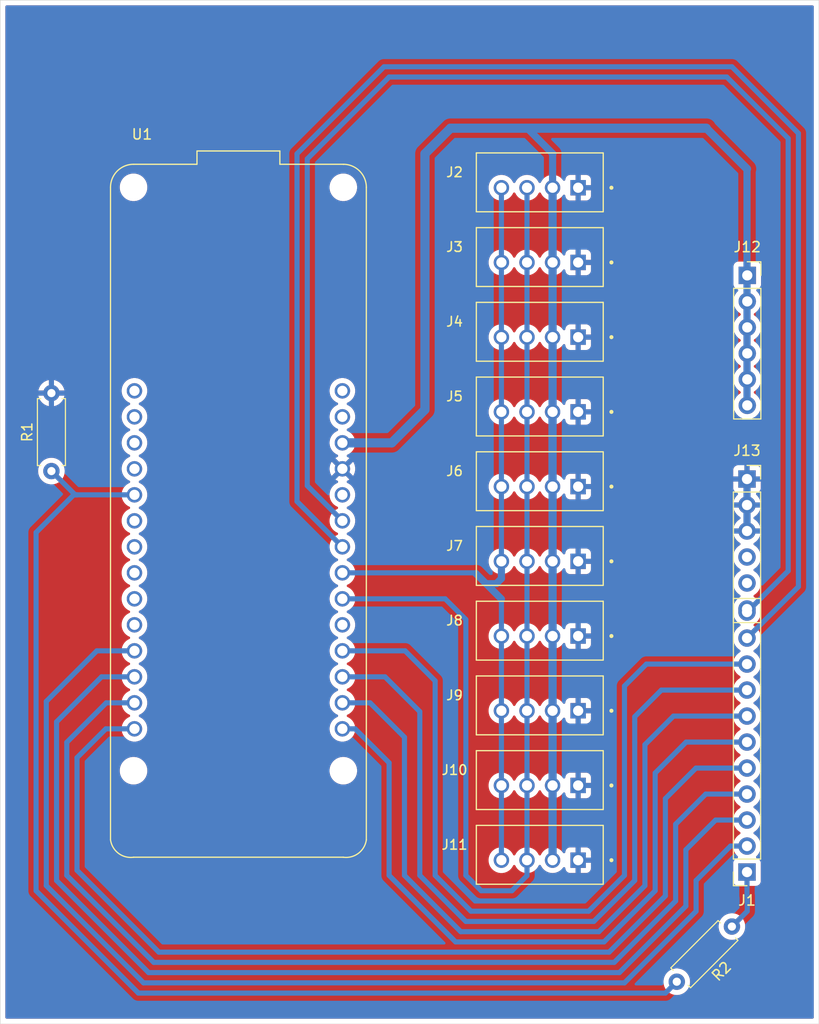
<source format=kicad_pcb>
(kicad_pcb (version 20241229) (generator "pcbnew") (generator_version "9.0")
  (layers (0 "F.Cu" signal) (2 "B.Cu" signal) (13 "F.Paste" user) (15 "B.Paste" user) (5 "F.SilkS" user "F.Silkscreen") (7 "B.SilkS" user "B.Silkscreen") (1 "F.Mask" user) (3 "B.Mask" user) (25 "Edge.Cuts" user))
  (net 0 "")
  (net 1 "/D5")
  (net 2 "/D2")
  (net 3 "/A3")
  (net 4 "/D6")
  (net 5 "/D4")
  (net 6 "/D3")
  (net 7 "/D9_SCK")
  (net 8 "/D7")
  (net 9 "/TX_D14")
  (net 10 "/RX_D13")
  (net 11 "/GND")
  (net 12 "/3v3")
  (net 13 "/SCL")
  (net 14 "/SDA")
  (net 28 "/D8_MOSI")
  (net 29 "Net-(J1-Pin_1)")
  (footprint "B4B-XH-A_LF__SN_:JST_B4B-XH-A_LF__SN_" (layer "F.Cu") (at 152.725 91.59)
    (property "Reference" "J8" (at -8.33 -0.985 0) (layer "F.SilkS") (effects (font (size 0.944882 0.944882))))
    (property "Value" "Pressure_Sensor")
    (fp_line (start -6.2 -2.875) (end 6.2 -2.875) (stroke (width 0.127)) (layer "F.SilkS"))
    (fp_line (start -6.2 2.875) (end -6.2 -2.875) (stroke (width 0.127)) (layer "F.SilkS"))
    (fp_line (start 6.2 -2.875) (end 6.2 2.875) (stroke (width 0.127)) (layer "F.SilkS"))
    (fp_line (start 6.2 2.875) (end -6.2 2.875) (stroke (width 0.127)) (layer "F.SilkS"))
    (fp_circle (center 7 0.525) (end 7.1 0.525) (stroke (width 0.2)) (fill no) (layer "F.SilkS"))
    (pad "1" thru_hole rect (at 3.75 0.525) (size 1.508 1.508) (drill 1) (layers "*.Cu" "*.Mask") (net 11 "/GND"))
    (pad "2" thru_hole circle (at 1.25 0.525) (size 1.508 1.508) (drill 1) (layers "*.Cu" "*.Mask") (net 12 "/3v3"))
    (pad "3" thru_hole circle (at -1.25 0.525) (size 1.508 1.508) (drill 1) (layers "*.Cu" "*.Mask") (net 14 "/SDA"))
    (pad "4" thru_hole circle (at -3.75 0.525) (size 1.508 1.508) (drill 1) (layers "*.Cu" "*.Mask") (net 13 "/SCL"))
  )
  (footprint "B4B-XH-A_LF__SN_:JST_B4B-XH-A_LF__SN_" (layer "F.Cu") (at 152.725 47.79)
    (property "Reference" "J2" (at -8.33 -0.985 0) (layer "F.SilkS") (effects (font (size 0.944882 0.944882))))
    (property "Value" "TH_Deep_Sensor")
    (fp_line (start -6.2 -2.875) (end 6.2 -2.875) (stroke (width 0.127)) (layer "F.SilkS"))
    (fp_line (start -6.2 2.875) (end -6.2 -2.875) (stroke (width 0.127)) (layer "F.SilkS"))
    (fp_line (start 6.2 -2.875) (end 6.2 2.875) (stroke (width 0.127)) (layer "F.SilkS"))
    (fp_line (start 6.2 2.875) (end -6.2 2.875) (stroke (width 0.127)) (layer "F.SilkS"))
    (fp_circle (center 7 0.525) (end 7.1 0.525) (stroke (width 0.2)) (fill no) (layer "F.SilkS"))
    (pad "1" thru_hole rect (at 3.75 0.525) (size 1.508 1.508) (drill 1) (layers "*.Cu" "*.Mask") (net 11 "/GND"))
    (pad "2" thru_hole circle (at 1.25 0.525) (size 1.508 1.508) (drill 1) (layers "*.Cu" "*.Mask") (net 12 "/3v3"))
    (pad "3" thru_hole circle (at -1.25 0.525) (size 1.508 1.508) (drill 1) (layers "*.Cu" "*.Mask") (net 14 "/SDA"))
    (pad "4" thru_hole circle (at -3.75 0.525) (size 1.508 1.508) (drill 1) (layers "*.Cu" "*.Mask") (net 13 "/SCL"))
  )
  (footprint "B4B-XH-A_LF__SN_:JST_B4B-XH-A_LF__SN_" (layer "F.Cu") (at 152.725 62.39)
    (property "Reference" "J4" (at -8.33 -0.985 0) (layer "F.SilkS") (effects (font (size 0.944882 0.944882))))
    (property "Value" "UV_IR_Sensor")
    (fp_line (start -6.2 -2.875) (end 6.2 -2.875) (stroke (width 0.127)) (layer "F.SilkS"))
    (fp_line (start -6.2 2.875) (end -6.2 -2.875) (stroke (width 0.127)) (layer "F.SilkS"))
    (fp_line (start 6.2 -2.875) (end 6.2 2.875) (stroke (width 0.127)) (layer "F.SilkS"))
    (fp_line (start 6.2 2.875) (end -6.2 2.875) (stroke (width 0.127)) (layer "F.SilkS"))
    (fp_circle (center 7 0.525) (end 7.1 0.525) (stroke (width 0.2)) (fill no) (layer "F.SilkS"))
    (pad "1" thru_hole rect (at 3.75 0.525) (size 1.508 1.508) (drill 1) (layers "*.Cu" "*.Mask") (net 11 "/GND"))
    (pad "2" thru_hole circle (at 1.25 0.525) (size 1.508 1.508) (drill 1) (layers "*.Cu" "*.Mask") (net 12 "/3v3"))
    (pad "3" thru_hole circle (at -1.25 0.525) (size 1.508 1.508) (drill 1) (layers "*.Cu" "*.Mask") (net 14 "/SDA"))
    (pad "4" thru_hole circle (at -3.75 0.525) (size 1.508 1.508) (drill 1) (layers "*.Cu" "*.Mask") (net 13 "/SCL"))
  )
  (footprint "B4B-XH-A_LF__SN_:JST_B4B-XH-A_LF__SN_" (layer "F.Cu") (at 152.725 84.29)
    (property "Reference" "J7" (at -8.33 -0.985 0) (layer "F.SilkS") (effects (font (size 0.944882 0.944882))))
    (property "Value" "CO2_Sensor")
    (fp_line (start -6.2 -2.875) (end 6.2 -2.875) (stroke (width 0.127)) (layer "F.SilkS"))
    (fp_line (start -6.2 2.875) (end -6.2 -2.875) (stroke (width 0.127)) (layer "F.SilkS"))
    (fp_line (start 6.2 -2.875) (end 6.2 2.875) (stroke (width 0.127)) (layer "F.SilkS"))
    (fp_line (start 6.2 2.875) (end -6.2 2.875) (stroke (width 0.127)) (layer "F.SilkS"))
    (fp_circle (center 7 0.525) (end 7.1 0.525) (stroke (width 0.2)) (fill no) (layer "F.SilkS"))
    (pad "1" thru_hole rect (at 3.75 0.525) (size 1.508 1.508) (drill 1) (layers "*.Cu" "*.Mask") (net 11 "/GND"))
    (pad "2" thru_hole circle (at 1.25 0.525) (size 1.508 1.508) (drill 1) (layers "*.Cu" "*.Mask") (net 12 "/3v3"))
    (pad "3" thru_hole circle (at -1.25 0.525) (size 1.508 1.508) (drill 1) (layers "*.Cu" "*.Mask") (net 14 "/SDA"))
    (pad "4" thru_hole circle (at -3.75 0.525) (size 1.508 1.508) (drill 1) (layers "*.Cu" "*.Mask") (net 13 "/SCL"))
  )
  (footprint "B4B-XH-A_LF__SN_:JST_B4B-XH-A_LF__SN_" (layer "F.Cu") (at 152.725 113.49)
    (property "Reference" "J11" (at -8.33 -0.985 0) (layer "F.SilkS") (effects (font (size 0.944882 0.944882))))
    (property "Value" "Extra_1")
    (fp_line (start -6.2 -2.875) (end 6.2 -2.875) (stroke (width 0.127)) (layer "F.SilkS"))
    (fp_line (start -6.2 2.875) (end -6.2 -2.875) (stroke (width 0.127)) (layer "F.SilkS"))
    (fp_line (start 6.2 -2.875) (end 6.2 2.875) (stroke (width 0.127)) (layer "F.SilkS"))
    (fp_line (start 6.2 2.875) (end -6.2 2.875) (stroke (width 0.127)) (layer "F.SilkS"))
    (fp_circle (center 7 0.525) (end 7.1 0.525) (stroke (width 0.2)) (fill no) (layer "F.SilkS"))
    (pad "1" thru_hole rect (at 3.75 0.525) (size 1.508 1.508) (drill 1) (layers "*.Cu" "*.Mask") (net 11 "/GND"))
    (pad "2" thru_hole circle (at 1.25 0.525) (size 1.508 1.508) (drill 1) (layers "*.Cu" "*.Mask") (net 12 "/3v3"))
    (pad "3" thru_hole circle (at -1.25 0.525) (size 1.508 1.508) (drill 1) (layers "*.Cu" "*.Mask") (net 14 "/SDA"))
    (pad "4" thru_hole circle (at -3.75 0.525) (size 1.508 1.508) (drill 1) (layers "*.Cu" "*.Mask") (net 13 "/SCL"))
  )
  (footprint "B4B-XH-A_LF__SN_:JST_B4B-XH-A_LF__SN_" (layer "F.Cu") (at 152.725 55.09)
    (property "Reference" "J3" (at -8.33 -0.985 0) (layer "F.SilkS") (effects (font (size 0.944882 0.944882))))
    (property "Value" "Other_Gaz_Sensor")
    (fp_line (start -6.2 -2.875) (end 6.2 -2.875) (stroke (width 0.127)) (layer "F.SilkS"))
    (fp_line (start -6.2 2.875) (end -6.2 -2.875) (stroke (width 0.127)) (layer "F.SilkS"))
    (fp_line (start 6.2 -2.875) (end 6.2 2.875) (stroke (width 0.127)) (layer "F.SilkS"))
    (fp_line (start 6.2 2.875) (end -6.2 2.875) (stroke (width 0.127)) (layer "F.SilkS"))
    (fp_circle (center 7 0.525) (end 7.1 0.525) (stroke (width 0.2)) (fill no) (layer "F.SilkS"))
    (pad "1" thru_hole rect (at 3.75 0.525) (size 1.508 1.508) (drill 1) (layers "*.Cu" "*.Mask") (net 11 "/GND"))
    (pad "2" thru_hole circle (at 1.25 0.525) (size 1.508 1.508) (drill 1) (layers "*.Cu" "*.Mask") (net 12 "/3v3"))
    (pad "3" thru_hole circle (at -1.25 0.525) (size 1.508 1.508) (drill 1) (layers "*.Cu" "*.Mask") (net 14 "/SDA"))
    (pad "4" thru_hole circle (at -3.75 0.525) (size 1.508 1.508) (drill 1) (layers "*.Cu" "*.Mask") (net 13 "/SCL"))
  )
  (footprint "Connector_PinSocket_2.54mm:PinSocket_1x06_P2.54mm_Vertical" (layer "F.Cu") (at 173 56.88)
    (property "Reference" "J12" (at 0 -2.77 0) (layer "F.SilkS"))
    (property "Value" "3v3")
    (fp_line (start -1.33 1.27) (end -1.33 14.03) (stroke (width 0.12)) (layer "F.SilkS"))
    (fp_line (start -1.33 1.27) (end 1.33 1.27) (stroke (width 0.12)) (layer "F.SilkS"))
    (fp_line (start -1.33 14.03) (end 1.33 14.03) (stroke (width 0.12)) (layer "F.SilkS"))
    (fp_line (start 0 -1.33) (end 1.33 -1.33) (stroke (width 0.12)) (layer "F.SilkS"))
    (fp_line (start 1.33 -1.33) (end 1.33 0) (stroke (width 0.12)) (layer "F.SilkS"))
    (fp_line (start 1.33 1.27) (end 1.33 14.03) (stroke (width 0.12)) (layer "F.SilkS"))
    (pad "1" thru_hole rect (at 0 0) (size 1.7 1.7) (drill 1) (layers "*.Cu" "*.Mask") (net 12 "/3v3"))
    (pad "2" thru_hole oval (at 0 2.54) (size 1.7 1.7) (drill 1) (layers "*.Cu" "*.Mask") (net 12 "/3v3"))
    (pad "3" thru_hole oval (at 0 5.08) (size 1.7 1.7) (drill 1) (layers "*.Cu" "*.Mask") (net 12 "/3v3"))
    (pad "4" thru_hole oval (at 0 7.62) (size 1.7 1.7) (drill 1) (layers "*.Cu" "*.Mask"))
    (pad "5" thru_hole oval (at 0 10.16) (size 1.7 1.7) (drill 1) (layers "*.Cu" "*.Mask"))
    (pad "6" thru_hole oval (at 0 12.7) (size 1.7 1.7) (drill 1) (layers "*.Cu" "*.Mask"))
  )
  (footprint "B4B-XH-A_LF__SN_:JST_B4B-XH-A_LF__SN_" (layer "F.Cu") (at 152.725 76.99)
    (property "Reference" "J6" (at -8.33 -0.985 0) (layer "F.SilkS") (effects (font (size 0.944882 0.944882))))
    (property "Value" "RGB_Sensor")
    (fp_line (start -6.2 -2.875) (end 6.2 -2.875) (stroke (width 0.127)) (layer "F.SilkS"))
    (fp_line (start -6.2 2.875) (end -6.2 -2.875) (stroke (width 0.127)) (layer "F.SilkS"))
    (fp_line (start 6.2 -2.875) (end 6.2 2.875) (stroke (width 0.127)) (layer "F.SilkS"))
    (fp_line (start 6.2 2.875) (end -6.2 2.875) (stroke (width 0.127)) (layer "F.SilkS"))
    (fp_circle (center 7 0.525) (end 7.1 0.525) (stroke (width 0.2)) (fill no) (layer "F.SilkS"))
    (pad "1" thru_hole rect (at 3.75 0.525) (size 1.508 1.508) (drill 1) (layers "*.Cu" "*.Mask") (net 11 "/GND"))
    (pad "2" thru_hole circle (at 1.25 0.525) (size 1.508 1.508) (drill 1) (layers "*.Cu" "*.Mask") (net 12 "/3v3"))
    (pad "3" thru_hole circle (at -1.25 0.525) (size 1.508 1.508) (drill 1) (layers "*.Cu" "*.Mask") (net 14 "/SDA"))
    (pad "4" thru_hole circle (at -3.75 0.525) (size 1.508 1.508) (drill 1) (layers "*.Cu" "*.Mask") (net 13 "/SCL"))
  )
  (footprint "Connector_PinSocket_2.54mm:PinSocket_1x11_P2.54mm_Vertical" (layer "F.Cu") (at 172.975 115.175 180)
    (property "Reference" "J1" (at 0 -2.77 0) (layer "F.SilkS"))
    (property "Value" "Conn_01x11")
    (fp_line (start 1.33 1.27) (end 1.33 26.73) (stroke (width 0.12)) (layer "F.SilkS"))
    (fp_line (start 1.33 -1.33) (end 1.33 0) (stroke (width 0.12)) (layer "F.SilkS"))
    (fp_line (start 0 -1.33) (end 1.33 -1.33) (stroke (width 0.12)) (layer "F.SilkS"))
    (fp_line (start -1.33 26.73) (end 1.33 26.73) (stroke (width 0.12)) (layer "F.SilkS"))
    (fp_line (start -1.33 1.27) (end 1.33 1.27) (stroke (width 0.12)) (layer "F.SilkS"))
    (fp_line (start -1.33 1.27) (end -1.33 26.73) (stroke (width 0.12)) (layer "F.SilkS"))
    (pad "1" thru_hole rect (at 0 0 180) (size 1.7 1.7) (drill 1) (layers "*.Cu" "*.Mask") (net 29 "Net-(J1-Pin_1)"))
    (pad "2" thru_hole oval (at 0 2.54 180) (size 1.7 1.7) (drill 1) (layers "*.Cu" "*.Mask") (net 2 "/D2"))
    (pad "3" thru_hole oval (at 0 5.08 180) (size 1.7 1.7) (drill 1) (layers "*.Cu" "*.Mask") (net 6 "/D3"))
    (pad "4" thru_hole oval (at 0 7.62 180) (size 1.7 1.7) (drill 1) (layers "*.Cu" "*.Mask") (net 5 "/D4"))
    (pad "5" thru_hole oval (at 0 10.16 180) (size 1.7 1.7) (drill 1) (layers "*.Cu" "*.Mask") (net 1 "/D5"))
    (pad "6" thru_hole oval (at 0 12.7 180) (size 1.7 1.7) (drill 1) (layers "*.Cu" "*.Mask") (net 4 "/D6"))
    (pad "7" thru_hole oval (at 0 15.24 180) (size 1.7 1.7) (drill 1) (layers "*.Cu" "*.Mask") (net 8 "/D7"))
    (pad "8" thru_hole oval (at 0 17.78 180) (size 1.7 1.7) (drill 1) (layers "*.Cu" "*.Mask") (net 28 "/D8_MOSI"))
    (pad "9" thru_hole oval (at 0 20.32 180) (size 1.7 1.7) (drill 1) (layers "*.Cu" "*.Mask") (net 7 "/D9_SCK"))
    (pad "10" thru_hole oval (at 0 22.86 180) (size 1.7 1.7) (drill 1) (layers "*.Cu" "*.Mask") (net 10 "/RX_D13"))
    (pad "11" thru_hole oval (at 0 25.4 180) (size 1.7 1.7) (drill 1) (layers "*.Cu" "*.Mask") (net 9 "/TX_D14"))
  )
  (footprint "B4B-XH-A_LF__SN_:JST_B4B-XH-A_LF__SN_" (layer "F.Cu") (at 152.725 69.69)
    (property "Reference" "J5" (at -8.33 -0.985 0) (layer "F.SilkS") (effects (font (size 0.944882 0.944882))))
    (property "Value" "Extra_2")
    (fp_line (start -6.2 -2.875) (end 6.2 -2.875) (stroke (width 0.127)) (layer "F.SilkS"))
    (fp_line (start -6.2 2.875) (end -6.2 -2.875) (stroke (width 0.127)) (layer "F.SilkS"))
    (fp_line (start 6.2 -2.875) (end 6.2 2.875) (stroke (width 0.127)) (layer "F.SilkS"))
    (fp_line (start 6.2 2.875) (end -6.2 2.875) (stroke (width 0.127)) (layer "F.SilkS"))
    (fp_circle (center 7 0.525) (end 7.1 0.525) (stroke (width 0.2)) (fill no) (layer "F.SilkS"))
    (pad "1" thru_hole rect (at 3.75 0.525) (size 1.508 1.508) (drill 1) (layers "*.Cu" "*.Mask") (net 11 "/GND"))
    (pad "2" thru_hole circle (at 1.25 0.525) (size 1.508 1.508) (drill 1) (layers "*.Cu" "*.Mask") (net 12 "/3v3"))
    (pad "3" thru_hole circle (at -1.25 0.525) (size 1.508 1.508) (drill 1) (layers "*.Cu" "*.Mask") (net 14 "/SDA"))
    (pad "4" thru_hole circle (at -3.75 0.525) (size 1.508 1.508) (drill 1) (layers "*.Cu" "*.Mask") (net 13 "/SCL"))
  )
  (footprint "Resistor_THT:R_Axial_DIN0207_L6.3mm_D2.5mm_P7.62mm_Horizontal" (layer "F.Cu") (at 105 76 90)
    (property "Reference" "R1" (at 3.81 -2.37 90) (layer "F.SilkS"))
    (property "Value" "R_US")
    (fp_line (start 7.08 -1.37) (end 7.08 -1.04) (stroke (width 0.12)) (layer "F.SilkS"))
    (fp_line (start 0.54 -1.37) (end 7.08 -1.37) (stroke (width 0.12)) (layer "F.SilkS"))
    (fp_line (start 0.54 -1.04) (end 0.54 -1.37) (stroke (width 0.12)) (layer "F.SilkS"))
    (fp_line (start 0.54 1.04) (end 0.54 1.37) (stroke (width 0.12)) (layer "F.SilkS"))
    (fp_line (start 7.08 1.37) (end 7.08 1.04) (stroke (width 0.12)) (layer "F.SilkS"))
    (fp_line (start 0.54 1.37) (end 7.08 1.37) (stroke (width 0.12)) (layer "F.SilkS"))
    (pad "1" thru_hole circle (at 0 0 90) (size 1.6 1.6) (drill 0.8) (layers "*.Cu" "*.Mask") (net 3 "/A3"))
    (pad "2" thru_hole oval (at 7.62 0 90) (size 1.6 1.6) (drill 0.8) (layers "*.Cu" "*.Mask") (net 11 "/GND"))
  )
  (footprint "Connector_PinSocket_2.54mm:PinSocket_1x06_P2.54mm_Vertical" (layer "F.Cu") (at 172.975 76.775)
    (property "Reference" "J13" (at 0 -2.77 0) (layer "F.SilkS"))
    (property "Value" "GND")
    (fp_line (start -1.33 1.27) (end -1.33 14.03) (stroke (width 0.12)) (layer "F.SilkS"))
    (fp_line (start -1.33 1.27) (end 1.33 1.27) (stroke (width 0.12)) (layer "F.SilkS"))
    (fp_line (start -1.33 14.03) (end 1.33 14.03) (stroke (width 0.12)) (layer "F.SilkS"))
    (fp_line (start 0 -1.33) (end 1.33 -1.33) (stroke (width 0.12)) (layer "F.SilkS"))
    (fp_line (start 1.33 -1.33) (end 1.33 0) (stroke (width 0.12)) (layer "F.SilkS"))
    (fp_line (start 1.33 1.27) (end 1.33 14.03) (stroke (width 0.12)) (layer "F.SilkS"))
    (pad "1" thru_hole rect (at 0 0) (size 1.7 1.7) (drill 1) (layers "*.Cu" "*.Mask") (net 11 "/GND"))
    (pad "2" thru_hole oval (at 0 2.54) (size 1.7 1.7) (drill 1) (layers "*.Cu" "*.Mask") (net 11 "/GND"))
    (pad "3" thru_hole oval (at 0 5.08) (size 1.7 1.7) (drill 1) (layers "*.Cu" "*.Mask") (net 11 "/GND"))
    (pad "4" thru_hole oval (at 0 7.62) (size 1.7 1.7) (drill 1) (layers "*.Cu" "*.Mask"))
    (pad "5" thru_hole oval (at 0 10.16) (size 1.7 1.7) (drill 1) (layers "*.Cu" "*.Mask"))
    (pad "6" thru_hole oval (at 0 12.7) (size 1.7 1.7) (drill 1) (layers "*.Cu" "*.Mask"))
  )
  (footprint "B4B-XH-A_LF__SN_:JST_B4B-XH-A_LF__SN_" (layer "F.Cu") (at 152.725 98.89)
    (property "Reference" "J9" (at -8.33 -0.985 0) (layer "F.SilkS") (effects (font (size 0.944882 0.944882))))
    (property "Value" "TH_Surface_Sensor")
    (fp_line (start -6.2 -2.875) (end 6.2 -2.875) (stroke (width 0.127)) (layer "F.SilkS"))
    (fp_line (start -6.2 2.875) (end -6.2 -2.875) (stroke (width 0.127)) (layer "F.SilkS"))
    (fp_line (start 6.2 -2.875) (end 6.2 2.875) (stroke (width 0.127)) (layer "F.SilkS"))
    (fp_line (start 6.2 2.875) (end -6.2 2.875) (stroke (width 0.127)) (layer "F.SilkS"))
    (fp_circle (center 7 0.525) (end 7.1 0.525) (stroke (width 0.2)) (fill no) (layer "F.SilkS"))
    (pad "1" thru_hole rect (at 3.75 0.525) (size 1.508 1.508) (drill 1) (layers "*.Cu" "*.Mask") (net 11 "/GND"))
    (pad "2" thru_hole circle (at 1.25 0.525) (size 1.508 1.508) (drill 1) (layers "*.Cu" "*.Mask") (net 12 "/3v3"))
    (pad "3" thru_hole circle (at -1.25 0.525) (size 1.508 1.508) (drill 1) (layers "*.Cu" "*.Mask") (net 14 "/SDA"))
    (pad "4" thru_hole circle (at -3.75 0.525) (size 1.508 1.508) (drill 1) (layers "*.Cu" "*.Mask") (net 13 "/SCL"))
  )
  (footprint "ARDUINO_MKR_WAN_1310:BOARD_ARDUINO_MKR_WAN_1310" (layer "F.Cu") (at 123.275 79.875)
    (property "Reference" "U1" (at -9.425 -36.775 0) (layer "F.SilkS"))
    (property "Value" "ARDUINO_MKR_WAN_1310")
    (fp_line (start -12.5 -31.6) (end -12.5 32.15) (stroke (width 0.127)) (layer "F.SilkS"))
    (fp_line (start -10.25 33.85) (end 10.25 33.85) (stroke (width 0.127)) (layer "F.SilkS"))
    (fp_line (start -4.05 -35.15) (end -4.05 -33.85) (stroke (width 0.127)) (layer "F.SilkS"))
    (fp_line (start -4.05 -33.85) (end -10.25 -33.85) (stroke (width 0.127)) (layer "F.SilkS"))
    (fp_line (start 4.05 -35.15) (end -4.05 -35.15) (stroke (width 0.127)) (layer "F.SilkS"))
    (fp_line (start 4.05 -33.85) (end 4.05 -35.15) (stroke (width 0.127)) (layer "F.SilkS"))
    (fp_line (start 10.25 -33.85) (end 4.05 -33.85) (stroke (width 0.127)) (layer "F.SilkS"))
    (fp_line (start 10.25 -33.85) (end 10.3 -33.85) (stroke (width 0.127)) (layer "F.SilkS"))
    (fp_line (start 12.5 32.15) (end 12.5 -31.6) (stroke (width 0.127)) (layer "F.SilkS"))
    (fp_arc (start -12.5 -31.6) (mid -11.84099 -33.19099) (end -10.25 -33.85) (stroke (width 0.127)) (layer "F.SilkS"))
    (fp_arc (start -10.25 33.85) (mid -11.727082 33.46599) (end -12.5 32.15) (stroke (width 0.127)) (layer "F.SilkS"))
    (fp_arc (start 10.25 -33.85) (mid 11.84099 -33.19099) (end 12.5 -31.6) (stroke (width 0.127)) (layer "F.SilkS"))
    (fp_arc (start 12.5 32.15) (mid 11.727082 33.46599) (end 10.25 33.85) (stroke (width 0.127)) (layer "F.SilkS"))
    (pad "" np_thru_hole circle (at -10.25 -31.6) (size 2.2 2.2) (drill 2.2) (layers "*.Cu" "*.Mask"))
    (pad "" np_thru_hole circle (at -10.25 25.4) (size 2.2 2.2) (drill 2.2) (layers "*.Cu" "*.Mask"))
    (pad "" np_thru_hole circle (at 10.25 -31.6) (size 2.2 2.2) (drill 2.2) (layers "*.Cu" "*.Mask"))
    (pad "" np_thru_hole circle (at 10.25 25.4) (size 2.2 2.2) (drill 2.2) (layers "*.Cu" "*.Mask"))
    (pad "J3_1" thru_hole circle (at -10.16 -11.7152) (size 1.508 1.508) (drill 1) (layers "*.Cu" "*.Mask"))
    (pad "J3_2" thru_hole circle (at -10.16 -9.1752) (size 1.508 1.508) (drill 1) (layers "*.Cu" "*.Mask"))
    (pad "J3_3" thru_hole circle (at -10.16 -6.6352) (size 1.508 1.508) (drill 1) (layers "*.Cu" "*.Mask"))
    (pad "J3_4" thru_hole circle (at -10.16 -4.0952) (size 1.508 1.508) (drill 1) (layers "*.Cu" "*.Mask"))
    (pad "J3_5" thru_hole circle (at -10.16 -1.5552) (size 1.508 1.508) (drill 1) (layers "*.Cu" "*.Mask") (net 3 "/A3"))
    (pad "J3_6" thru_hole circle (at -10.16 0.9848) (size 1.508 1.508) (drill 1) (layers "*.Cu" "*.Mask"))
    (pad "J3_7" thru_hole circle (at -10.16 3.5248) (size 1.508 1.508) (drill 1) (layers "*.Cu" "*.Mask"))
    (pad "J3_8" thru_hole circle (at -10.16 6.0648) (size 1.508 1.508) (drill 1) (layers "*.Cu" "*.Mask"))
    (pad "J3_9" thru_hole circle (at -10.16 8.6048) (size 1.508 1.508) (drill 1) (layers "*.Cu" "*.Mask"))
    (pad "J3_10" thru_hole circle (at -10.16 11.1448) (size 1.508 1.508) (drill 1) (layers "*.Cu" "*.Mask"))
    (pad "J3_11" thru_hole circle (at -10.16 13.6848) (size 1.508 1.508) (drill 1) (layers "*.Cu" "*.Mask") (net 2 "/D2"))
    (pad "J3_12" thru_hole circle (at -10.16 16.2248) (size 1.508 1.508) (drill 1) (layers "*.Cu" "*.Mask") (net 6 "/D3"))
    (pad "J3_13" thru_hole circle (at -10.16 18.7648) (size 1.508 1.508) (drill 1) (layers "*.Cu" "*.Mask") (net 5 "/D4"))
    (pad "J3_14" thru_hole circle (at -10.16 21.3048) (size 1.508 1.508) (drill 1) (layers "*.Cu" "*.Mask") (net 1 "/D5"))
    (pad "J5_1" thru_hole circle (at 10.16 21.3048) (size 1.508 1.508) (drill 1) (layers "*.Cu" "*.Mask") (net 4 "/D6"))
    (pad "J5_2" thru_hole circle (at 10.16 18.7648) (size 1.508 1.508) (drill 1) (layers "*.Cu" "*.Mask") (net 8 "/D7"))
    (pad "J5_3" thru_hole circle (at 10.16 16.2248) (size 1.508 1.508) (drill 1) (layers "*.Cu" "*.Mask") (net 28 "/D8_MOSI"))
    (pad "J5_4" thru_hole circle (at 10.16 13.6848) (size 1.508 1.508) (drill 1) (layers "*.Cu" "*.Mask") (net 7 "/D9_SCK"))
    (pad "J5_5" thru_hole circle (at 10.16 11.1448) (size 1.508 1.508) (drill 1) (layers "*.Cu" "*.Mask"))
    (pad "J5_6" thru_hole circle (at 10.16 8.6048) (size 1.508 1.508) (drill 1) (layers "*.Cu" "*.Mask") (net 14 "/SDA"))
    (pad "J5_7" thru_hole circle (at 10.16 6.0648) (size 1.508 1.508) (drill 1) (layers "*.Cu" "*.Mask") (net 13 "/SCL"))
    (pad "J5_8" thru_hole circle (at 10.16 3.5248) (size 1.508 1.508) (drill 1) (layers "*.Cu" "*.Mask") (net 10 "/RX_D13"))
    (pad "J5_9" thru_hole circle (at 10.16 0.9848) (size 1.508 1.508) (drill 1) (layers "*.Cu" "*.Mask") (net 9 "/TX_D14"))
    (pad "J5_10" thru_hole circle (at 10.16 -1.5552) (size 1.508 1.508) (drill 1) (layers "*.Cu" "*.Mask"))
    (pad "J5_11" thru_hole circle (at 10.16 -4.0952) (size 1.508 1.508) (drill 1) (layers "*.Cu" "*.Mask") (net 11 "/GND"))
    (pad "J5_12" thru_hole circle (at 10.16 -6.6352) (size 1.508 1.508) (drill 1) (layers "*.Cu" "*.Mask") (net 12 "/3v3"))
    (pad "J5_13" thru_hole circle (at 10.16 -9.1752) (size 1.508 1.508) (drill 1) (layers "*.Cu" "*.Mask"))
    (pad "J5_14" thru_hole circle (at 10.16 -11.7152) (size 1.508 1.508) (drill 1) (layers "*.Cu" "*.Mask"))
  )
  (footprint "Resistor_THT:R_Axial_DIN0207_L6.3mm_D2.5mm_P7.62mm_Horizontal" (layer "F.Cu") (at 171.5 120.5 -135)
    (property "Reference" "R2" (at 3.81 -2.37 45) (layer "F.SilkS"))
    (property "Value" "R_US")
    (fp_line (start 7.08 1.37) (end 7.08 1.04) (stroke (width 0.12)) (layer "F.SilkS"))
    (fp_line (start 7.08 -1.37) (end 7.08 -1.04) (stroke (width 0.12)) (layer "F.SilkS"))
    (fp_line (start 0.54 1.37) (end 7.08 1.37) (stroke (width 0.12)) (layer "F.SilkS"))
    (fp_line (start 0.54 1.04) (end 0.54 1.37) (stroke (width 0.12)) (layer "F.SilkS"))
    (fp_line (start 0.54 -1.04) (end 0.54 -1.37) (stroke (width 0.12)) (layer "F.SilkS"))
    (fp_line (start 0.54 -1.37) (end 7.08 -1.37) (stroke (width 0.12)) (layer "F.SilkS"))
    (pad "1" thru_hole circle (at 0 0 225) (size 1.6 1.6) (drill 0.8) (layers "*.Cu" "*.Mask") (net 29 "Net-(J1-Pin_1)"))
    (pad "2" thru_hole oval (at 7.62 0 225) (size 1.6 1.6) (drill 0.8) (layers "*.Cu" "*.Mask") (net 3 "/A3"))
  )
  (footprint "B4B-XH-A_LF__SN_:JST_B4B-XH-A_LF__SN_" (layer "F.Cu") (at 152.725 106.19)
    (property "Reference" "J10" (at -8.33 -0.985 0) (layer "F.SilkS") (effects (font (size 0.944882 0.944882))))
    (property "Value" "O2_Sensor")
    (fp_line (start -6.2 -2.875) (end 6.2 -2.875) (stroke (width 0.127)) (layer "F.SilkS"))
    (fp_line (start -6.2 2.875) (end -6.2 -2.875) (stroke (width 0.127)) (layer "F.SilkS"))
    (fp_line (start 6.2 -2.875) (end 6.2 2.875) (stroke (width 0.127)) (layer "F.SilkS"))
    (fp_line (start 6.2 2.875) (end -6.2 2.875) (stroke (width 0.127)) (layer "F.SilkS"))
    (fp_circle (center 7 0.525) (end 7.1 0.525) (stroke (width 0.2)) (fill no) (layer "F.SilkS"))
    (pad "1" thru_hole rect (at 3.75 0.525) (size 1.508 1.508) (drill 1) (layers "*.Cu" "*.Mask") (net 11 "/GND"))
    (pad "2" thru_hole circle (at 1.25 0.525) (size 1.508 1.508) (drill 1) (layers "*.Cu" "*.Mask") (net 12 "/3v3"))
    (pad "3" thru_hole circle (at -1.25 0.525) (size 1.508 1.508) (drill 1) (layers "*.Cu" "*.Mask") (net 14 "/SDA"))
    (pad "4" thru_hole circle (at -3.75 0.525) (size 1.508 1.508) (drill 1) (layers "*.Cu" "*.Mask") (net 13 "/SCL"))
  )
  (gr_line (start 166 61) (end 166 58.5) (stroke (width 0.2)) (layer "F.Cu") (net 11))
  (gr_line (start 180 30) (end 180 130) (stroke (width 0.05)) (layer "Edge.Cuts"))
  (gr_line (start 100 130) (end 100 30) (stroke (width 0.05)) (layer "Edge.Cuts"))
  (gr_line (start 180 130) (end 100 130) (stroke (width 0.05)) (layer "Edge.Cuts"))
  (gr_line (start 180 30) (end 100 30) (stroke (width 0.05)) (layer "Edge.Cuts"))
  (segment (start 167.985 105.015) (end 172.975 105.015) (width 0.5) (layer "B.Cu") (net 1))
  (segment (start 159.5 123) (end 165 117.5) (width 0.5) (layer "B.Cu") (net 1))
  (segment (start 165 117.5) (end 165 108) (width 0.5) (layer "B.Cu") (net 1))
  (segment (start 165 108) (end 167.985 105.015) (width 0.5) (layer "B.Cu") (net 1))
  (segment (start 113.115 101.1798) (end 110.3202 101.1798) (width 0.5) (layer "B.Cu") (net 1))
  (segment (start 107.5 104) (end 107.5 115) (width 0.5) (layer "B.Cu") (net 1))
  (segment (start 115.5 123) (end 159.5 123) (width 0.5) (layer "B.Cu") (net 1))
  (segment (start 107.5 115) (end 115.5 123) (width 0.5) (layer "B.Cu") (net 1))
  (segment (start 110.3202 101.1798) (end 107.5 104) (width 0.5) (layer "B.Cu") (net 1))
  (segment (start 161 126) (end 114 126) (width 0.5) (layer "B.Cu") (net 2))
  (segment (start 109.4402 93.5598) (end 113.115 93.5598) (width 0.5) (layer "B.Cu") (net 2))
  (segment (start 114 126) (end 104.5 116.5) (width 0.5) (layer "B.Cu") (net 2))
  (segment (start 104.5 116.5) (end 104.5 98.5) (width 0.5) (layer "B.Cu") (net 2))
  (segment (start 171.365 112.635) (end 168 116) (width 0.5) (layer "B.Cu") (net 2))
  (segment (start 168 119) (end 161 126) (width 0.5) (layer "B.Cu") (net 2))
  (segment (start 104.5 98.5) (end 109.4402 93.5598) (width 0.5) (layer "B.Cu") (net 2))
  (segment (start 172.975 112.635) (end 171.365 112.635) (width 0.5) (layer "B.Cu") (net 2))
  (segment (start 168 116) (end 168 119) (width 0.5) (layer "B.Cu") (net 2))
  (segment (start 107.5 78.3198) (end 107.1802 78.3198) (width 0.5) (layer "B.Cu") (net 3))
  (segment (start 113.115 78.3198) (end 110.5 78.3198) (width 0.5) (layer "B.Cu") (net 3))
  (segment (start 107.1802 78.3198) (end 103.5 82) (width 0.5) (layer "B.Cu") (net 3))
  (segment (start 107.5 78.3198) (end 107.3198 78.3198) (width 0.5) (layer "B.Cu") (net 3))
  (segment (start 103.5 117) (end 113.5 127) (width 0.5) (layer "B.Cu") (net 3))
  (segment (start 107.3198 78.3198) (end 105 76) (width 0.5) (layer "B.Cu") (net 3))
  (segment (start 113.5 127) (end 165 127) (width 0.5) (layer "B.Cu") (net 3))
  (segment (start 103.5 82) (end 103.5 117) (width 0.5) (layer "B.Cu") (net 3))
  (segment (start 110.5 78.3198) (end 107.5 78.3198) (width 0.5) (layer "B.Cu") (net 3))
  (segment (start 166.111846 125.888154) (end 165 127) (width 0.5) (layer "B.Cu") (net 3))
  (segment (start 167.025 102.475) (end 164 105.5) (width 0.5) (layer "B.Cu") (net 4))
  (segment (start 164 117) (end 159 122) (width 0.5) (layer "B.Cu") (net 4))
  (segment (start 159 122) (end 144.5 122) (width 0.5) (layer "B.Cu") (net 4))
  (segment (start 138 115.5) (end 138 104.5) (width 0.5) (layer "B.Cu") (net 4))
  (segment (start 172.975 102.475) (end 167.025 102.475) (width 0.5) (layer "B.Cu") (net 4))
  (segment (start 164 105.5) (end 164 117) (width 0.5) (layer "B.Cu") (net 4))
  (segment (start 144.5 122) (end 138 115.5) (width 0.5) (layer "B.Cu") (net 4))
  (segment (start 138 104.5) (end 134.6798 101.1798) (width 0.5) (layer "B.Cu") (net 4))
  (segment (start 134.6798 101.1798) (end 133.435 101.1798) (width 0.5) (layer "B.Cu") (net 4))
  (segment (start 115 124) (end 106.5 115.5) (width 0.5) (layer "B.Cu") (net 5))
  (segment (start 106.5 102.5) (end 110.3602 98.6398) (width 0.5) (layer "B.Cu") (net 5))
  (segment (start 168.945 107.555) (end 166 110.5) (width 0.5) (layer "B.Cu") (net 5))
  (segment (start 166 118) (end 160 124) (width 0.5) (layer "B.Cu") (net 5))
  (segment (start 166 110.5) (end 166 118) (width 0.5) (layer "B.Cu") (net 5))
  (segment (start 110.3602 98.6398) (end 113.115 98.6398) (width 0.5) (layer "B.Cu") (net 5))
  (segment (start 172.975 107.555) (end 168.945 107.555) (width 0.5) (layer "B.Cu") (net 5))
  (segment (start 160 124) (end 115 124) (width 0.5) (layer "B.Cu") (net 5))
  (segment (start 106.5 115.5) (end 106.5 102.5) (width 0.5) (layer "B.Cu") (net 5))
  (segment (start 169.905 110.095) (end 167 113) (width 0.5) (layer "B.Cu") (net 6))
  (segment (start 105.5 100.5) (end 105.5 116) (width 0.5) (layer "B.Cu") (net 6))
  (segment (start 167 118.5) (end 167 113) (width 0.5) (layer "B.Cu") (net 6))
  (segment (start 105.5 116) (end 114.5 125) (width 0.5) (layer "B.Cu") (net 6))
  (segment (start 114.5 125) (end 160.5 125) (width 0.5) (layer "B.Cu") (net 6))
  (segment (start 160.5 125) (end 167 118.5) (width 0.5) (layer "B.Cu") (net 6))
  (segment (start 172.975 110.095) (end 169.905 110.095) (width 0.5) (layer "B.Cu") (net 6))
  (segment (start 109.9002 96.0998) (end 105.5 100.5) (width 0.5) (layer "B.Cu") (net 6))
  (segment (start 113.115 96.0998) (end 109.9002 96.0998) (width 0.5) (layer "B.Cu") (net 6))
  (segment (start 139.5598 93.5598) (end 142.5 96.5) (width 0.5) (layer "B.Cu") (net 7))
  (segment (start 146 119) (end 157.5 119) (width 0.5) (layer "B.Cu") (net 7))
  (segment (start 161 97) (end 163.145 94.855) (width 0.5) (layer "B.Cu") (net 7))
  (segment (start 163.145 94.855) (end 172.975 94.855) (width 0.5) (layer "B.Cu") (net 7))
  (segment (start 142.5 96.5) (end 142.5 115.5) (width 0.5) (layer "B.Cu") (net 7))
  (segment (start 133.435 93.5598) (end 139.5598 93.5598) (width 0.5) (layer "B.Cu") (net 7))
  (segment (start 157.5 119) (end 161 115.5) (width 0.5) (layer "B.Cu") (net 7))
  (segment (start 142.5 115.5) (end 146 119) (width 0.5) (layer "B.Cu") (net 7))
  (segment (start 161 115.5) (end 161 97) (width 0.5) (layer "B.Cu") (net 7))
  (segment (start 139.5 102) (end 139.5 106.5) (width 0.5) (layer "B.Cu") (net 8))
  (segment (start 133.435 98.6398) (end 133.435 98.565) (width 0.5) (layer "B.Cu") (net 8))
  (segment (start 136.1398 98.6398) (end 139 101.5) (width 0.5) (layer "B.Cu") (net 8))
  (segment (start 133.435 98.6398) (end 136.1398 98.6398) (width 0.5) (layer "B.Cu") (net 8))
  (segment (start 172.975 99.935) (end 165.790794 99.935) (width 0.5) (layer "B.Cu") (net 8))
  (segment (start 145 121) (end 139.5 115.5) (width 0.5) (layer "B.Cu") (net 8))
  (segment (start 139.5 106.5) (end 139.5 106) (width 0.5) (layer "B.Cu") (net 8))
  (segment (start 139 101.5) (end 139.5 102) (width 0.5) (layer "B.Cu") (net 8))
  (segment (start 163 116.5) (end 158.5 121) (width 0.5) (layer "B.Cu") (net 8))
  (segment (start 158.5 121) (end 145 121) (width 0.5) (layer "B.Cu") (net 8))
  (segment (start 163 102.725794) (end 163 116.5) (width 0.5) (layer "B.Cu") (net 8))
  (segment (start 165.790794 99.935) (end 163 102.725794) (width 0.5) (layer "B.Cu") (net 8))
  (segment (start 133.435 98.565) (end 133.5 98.5) (width 0.5) (layer "B.Cu") (net 8))
  (segment (start 139.5 115.5) (end 139.5 106.5) (width 0.5) (layer "B.Cu") (net 8))
  (segment (start 177 85.75) (end 177 43.5) (width 0.5) (layer "B.Cu") (net 9))
  (segment (start 177 43.5) (end 171 37.5) (width 0.5) (layer "B.Cu") (net 9))
  (segment (start 172.975 89.775) (end 177 85.75) (width 0.5) (layer "B.Cu") (net 9))
  (segment (start 138 37.5) (end 130 45.5) (width 0.5) (layer "B.Cu") (net 9))
  (segment (start 130 77.4248) (end 133.435 80.8598) (width 0.5) (layer "B.Cu") (net 9))
  (segment (start 130 45.5) (end 130 77.4248) (width 0.5) (layer "B.Cu") (net 9))
  (segment (start 171 37.5) (end 138 37.5) (width 0.5) (layer "B.Cu") (net 9))
  (segment (start 137.5 36.5) (end 129 45) (width 0.5) (layer "B.Cu") (net 10))
  (segment (start 178 43) (end 171.5 36.5) (width 0.5) (layer "B.Cu") (net 10))
  (segment (start 129 78.9648) (end 133.435 83.3998) (width 0.5) (layer "B.Cu") (net 10))
  (segment (start 178 87.29) (end 178 43) (width 0.5) (layer "B.Cu") (net 10))
  (segment (start 172.975 92.315) (end 178 87.29) (width 0.5) (layer "B.Cu") (net 10))
  (segment (start 171.5 36.5) (end 137.5 36.5) (width 0.5) (layer "B.Cu") (net 10))
  (segment (start 129 45) (end 129 78.9648) (width 0.5) (layer "B.Cu") (net 10))
  (segment (start 172.975 76.775) (end 172.975 81.855) (width 0.7) (layer "B.Cu") (net 11))
  (segment (start 154 84.84) (end 154 84.975) (width 0.5) (layer "B.Cu") (net 12))
  (segment (start 153.975 70.215) (end 153.975 97.5) (width 0.8) (layer "B.Cu") (net 12))
  (segment (start 153.975 46.525) (end 153.975 48.315) (width 0.7) (layer "B.Cu") (net 12))
  (segment (start 153.985 77.515) (end 154 77.5) (width 0.5) (layer "B.Cu") (net 12))
  (segment (start 153.975 77.515) (end 153.985 77.515) (width 0.5) (layer "B.Cu") (net 12))
  (segment (start 154 84.975) (end 153.975 85) (width 0.5) (layer "B.Cu") (net 12))
  (segment (start 153.975 106.715) (end 153.975 114.015) (width 0.8) (layer "B.Cu") (net 12))
  (segment (start 172.975 64.775) (end 172.975 69.855) (width 0.7) (layer "B.Cu") (net 12))
  (segment (start 133.435 73.2398) (end 138.2602 73.2398) (width 0.9) (layer "B.Cu") (net 12))
  (segment (start 153.975 77.515) (end 153.975 70.215) (width 0.8) (layer "B.Cu") (net 12))
  (segment (start 141.5 45) (end 144 42.5) (width 0.9) (layer "B.Cu") (net 12))
  (segment (start 153.975 97.5) (end 153.975 99.415) (width 0.8) (layer "B.Cu") (net 12))
  (segment (start 144 42.5) (end 169 42.5) (width 0.9) (layer "B.Cu") (net 12))
  (segment (start 169 42.5) (end 172.975 46.475) (width 0.8) (layer "B.Cu") (net 12))
  (segment (start 172.975 64.775) (end 172.975 46.475) (width 0.7) (layer "B.Cu") (net 12))
  (segment (start 138.2602 73.2398) (end 141.5 70) (width 0.9) (layer "B.Cu") (net 12))
  (segment (start 141.5 70) (end 141.5 45) (width 0.9) (layer "B.Cu") (net 12))
  (segment (start 153.975 46.525) (end 153.975 45.025) (width 0.7) (layer "B.Cu") (net 12))
  (segment (start 153.975 70.215) (end 153.975 48.315) (width 0.8) (layer "B.Cu") (net 12))
  (segment (start 153.975 99.415) (end 153.975 106.715) (width 0.8) (layer "B.Cu") (net 12))
  (segment (start 153.975 45.025) (end 154 45) (width 0.7) (layer "B.Cu") (net 12))
  (segment (start 154 45) (end 151.5 42.5) (width 0.7) (layer "B.Cu") (net 12))
  (segment (start 153.975 84.815) (end 154 84.84) (width 0.5) (layer "B.Cu") (net 12))
  (segment (start 153.975 77.515) (end 153.975 85) (width 0.5) (layer "B.Cu") (net 12))
  (segment (start 153.975 113) (end 153.975 114.015) (width 0.5) (layer "B.Cu") (net 12))
  (segment (start 148.975 99.415) (end 148.975 106.715) (width 0.5) (layer "B.Cu") (net 13))
  (segment (start 148.975 86.5) (end 148.975 84.815) (width 0.7) (layer "B.Cu") (net 13))
  (segment (start 147.475 87) (end 148.475 87) (width 0.7) (layer "B.Cu") (net 13))
  (segment (start 148.975 109) (end 148.975 106.715) (width 0.5) (layer "B.Cu") (net 13))
  (segment (start 148.475 87) (end 148.975 86.5) (width 0.7) (layer "B.Cu") (net 13))
  (segment (start 148.975 77.515) (end 148.975 84.815) (width 0.5) (layer "B.Cu") (net 13))
  (segment (start 148.975 48.315) (end 148.975 77.515) (width 0.5) (layer "B.Cu") (net 13))
  (segment (start 147.4875 87.0125) (end 147.5 87) (width 0.5) (layer "B.Cu") (net 13))
  (segment (start 146.4148 85.9398) (end 146.4875 86.0125) (width 0.5) (layer "B.Cu") (net 13))
  (segment (start 146.4875 86.0125) (end 147.475 87) (width 0.7) (layer "B.Cu") (net 13))
  (segment (start 148.975 99.415) (end 148.975 88.5) (width 0.5) (layer "B.Cu") (net 13))
  (segment (start 147.475 87) (end 148.975 88.5) (width 0.7) (layer "B.Cu") (net 13))
  (segment (start 148.975 114.015) (end 148.975 109) (width 0.5) (layer "B.Cu") (net 13))
  (segment (start 133.435 85.9398) (end 146.4148 85.9398) (width 0.5) (layer "B.Cu") (net 13))
  (segment (start 145.5 115.5) (end 145.5 90.5) (width 0.5) (layer "B.Cu") (net 14))
  (segment (start 151.475 115.525) (end 150 117) (width 0.5) (layer "B.Cu") (net 14))
  (segment (start 151.475 114.015) (end 151.475 115.525) (width 0.5) (layer "B.Cu") (net 14))
  (segment (start 150 117) (end 147 117) (width 0.5) (layer "B.Cu") (net 14))
  (segment (start 145.5 90.5) (end 143.4798 88.4798) (width 0.5) (layer "B.Cu") (net 14))
  (segment (start 151.475 48.315) (end 151.475 77.515) (width 0.5) (layer "B.Cu") (net 14))
  (segment (start 151.475 114.015) (end 151.475 77.515) (width 0.5) (layer "B.Cu") (net 14))
  (segment (start 147 117) (end 145.5 115.5) (width 0.5) (layer "B.Cu") (net 14))
  (segment (start 143.4798 88.4798) (end 133.435 88.4798) (width 0.5) (layer "B.Cu") (net 14))
  (segment (start 162 100) (end 162 100.5) (width 0.5) (layer "B.Cu") (net 28))
  (segment (start 141 115.5) (end 141 99.5) (width 0.5) (layer "B.Cu") (net 28))
  (segment (start 172.975 97.395) (end 164.605 97.395) (width 0.5) (layer "B.Cu") (net 28))
  (segment (start 137.5998 96.0998) (end 133.435 96.0998) (width 0.5) (layer "B.Cu") (net 28))
  (segment (start 162 102.5) (end 162 116) (width 0.5) (layer "B.Cu") (net 28))
  (segment (start 162 116) (end 158 120) (width 0.5) (layer "B.Cu") (net 28))
  (segment (start 141 99.5) (end 137.5998 96.0998) (width 0.5) (layer "B.Cu") (net 28))
  (segment (start 164.605 97.395) (end 162 100) (width 0.5) (layer "B.Cu") (net 28))
  (segment (start 145.5 120) (end 141 115.5) (width 0.5) (layer "B.Cu") (net 28))
  (segment (start 158 120) (end 145.5 120) (width 0.5) (layer "B.Cu") (net 28))
  (segment (start 162 100.5) (end 162 102.5) (width 0.5) (layer "B.Cu") (net 28))
  (segment (start 171.694077 120.305923) (end 173 119) (width 0.5) (layer "B.Cu") (net 29))
  (segment (start 173 117.5) (end 172.975 117.475) (width 0.5) (layer "B.Cu") (net 29))
  (segment (start 172.975 117.475) (end 172.975 115.175) (width 0.5) (layer "B.Cu") (net 29))
  (segment (start 173 119) (end 173 117.5) (width 0.5) (layer "B.Cu") (net 29))
  (zone (net 11) (net_name "/GND") (layer "F.Cu") (priority 2) (connect_pads (clearance 0.5)) (min_thickness 0.25) (fill yes (thermal_gap 0.5) (thermal_bridge_width 0.5))
    (polygon (pts (xy 100 130) (xy 180 130) (xy 180 30) (xy 100 30)))
  )
  (zone (net 11) (net_name "/GND") (layer "B.Cu") (connect_pads (clearance 0.5)) (min_thickness 0.25) (fill yes (thermal_gap 0.5) (thermal_bridge_width 0.5))
    (polygon (pts (xy 180 30) (xy 100 30) (xy 100 130) (xy 180 130)))
  )
)
</source>
